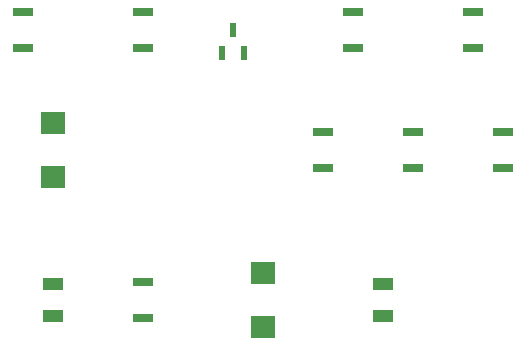
<source format=gbr>
%FSTAX23Y23*%
%MOIN*%
%SFA1B1*%

%IPPOS*%
%ADD10R,0.068898X0.030000*%
%ADD11R,0.022000X0.050000*%
%ADD12R,0.080000X0.074000*%
%ADD13R,0.066929X0.043307*%
%LNbattery_3.7_pcb_paste_top-1*%
%LPD*%
G54D10*
X047Y02459D03*
Y02341D03*
X051Y02459D03*
Y02341D03*
X062Y02459D03*
Y02341D03*
X058Y02459D03*
Y02341D03*
X063Y02059D03*
Y01941D03*
X06Y02059D03*
Y01941D03*
X057Y02059D03*
Y01941D03*
X051Y01559D03*
Y01441D03*
G54D11*
X054Y024D03*
X05436Y02324D03*
X05363D03*
G54D12*
X048Y01911D03*
Y02089D03*
X055Y01411D03*
Y01589D03*
G54D13*
X048Y01553D03*
Y01446D03*
X059Y01553D03*
Y01446D03*
M02*
</source>
